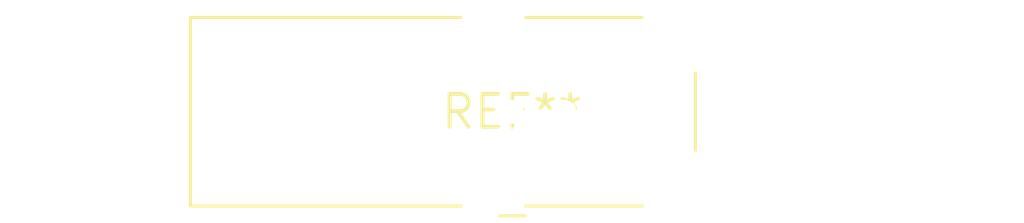
<source format=kicad_pcb>
(kicad_pcb (version 20240108) (generator pcbnew)
  (layers (0 "F.Cu" signal) (31 "B.Cu" signal) (34 "B.Paste" user) (35 "F.Paste" user) (36 "B.SilkS" user "B.Silkscreen") (37 "F.SilkS" user "F.Silkscreen") (38 "B.Mask" user) (39 "F.Mask" user) (44 "Edge.Cuts" user))
  (net 0 "")
  (footprint "USB_A_Wuerth_614004134726_Horizontal" (layer "F.Cu") (at 0 0)
    (property "Reference" "REF**")
    (property "Value" "USB_A_Wuerth_614004134726_Horizontal")
    (fp_line (start -12.43 -3.65) (end -12.43 3.65) (layer "F.SilkS") (stroke (width 0.12)))
    (fp_line (start -12.43 -3.65) (end -1.98 -3.65) (layer "F.SilkS") (stroke (width 0.12)))
    (fp_line (start -12.43 3.65) (end -1.98 3.65) (layer "F.SilkS") (stroke (width 0.12)))
    (fp_line (start -0.5 4.03) (end 0.5 4.03) (layer "F.SilkS") (stroke (width 0.12)))
    (fp_line (start 0.52 -3.65) (end 5.02 -3.65) (layer "F.SilkS") (stroke (width 0.12)))
    (fp_line (start 0.52 3.65) (end 5.02 3.65) (layer "F.SilkS") (stroke (width 0.12)))
    (fp_line (start 7.07 -1.5) (end 7.07 1.5) (layer "F.SilkS") (stroke (width 0.12)))
    (pad "1" thru_hole rect (at 0 0) (size 1.6 1.6) (drill 0.92) (layers *.Cu *.Mask) (remove_unused_layers))
    (pad "2" thru_hole circle (at 2 0) (size 1.6 1.6) (drill 0.92) (layers *.Cu *.Mask) (remove_unused_layers))
    (pad "3" thru_hole circle (at 4 0) (size 1.6 1.6) (drill 0.92) (layers *.Cu *.Mask) (remove_unused_layers))
    (pad "4" thru_hole circle (at 6 0) (size 1.6 1.6) (drill 0.92) (layers *.Cu *.Mask) (remove_unused_layers))
    (pad "5" thru_hole circle (at -0.73 -2.72) (size 2.15 2.15) (drill 1.5) (layers *.Cu *.Mask) (remove_unused_layers))
    (pad "5" thru_hole circle (at -0.73 2.72) (size 2.15 2.15) (drill 1.5) (layers *.Cu *.Mask) (remove_unused_layers))
    (pad "5" thru_hole circle (at 6.27 -2.72) (size 2.15 2.15) (drill 1.5) (layers *.Cu *.Mask) (remove_unused_layers))
    (pad "5" thru_hole circle (at 6.27 2.72) (size 2.15 2.15) (drill 1.5) (layers *.Cu *.Mask) (remove_unused_layers))
  )
)
</source>
